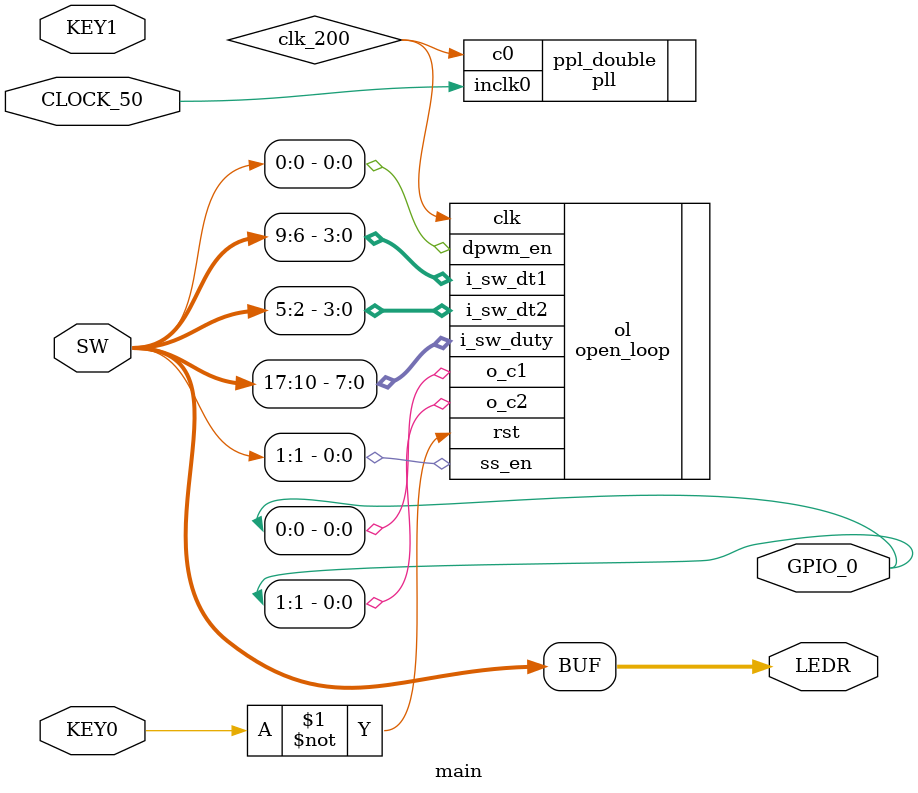
<source format=v>
module main(CLOCK_50, SW, KEY0, KEY1, LEDR, GPIO_0);
	input CLOCK_50;
    input 	[17:0]	SW;
    input   KEY0;
	input   KEY1;
    output	[17:0] LEDR;
	output [35:0] GPIO_0;
	
	assign LEDR[17:0] = SW[17:0];

    wire clk_200;
    pll ppl_double(.inclk0(CLOCK_50), .c0(clk_200));

    open_loop ol
    (
    .clk(clk_200),
    .rst(~KEY0),
    .dpwm_en(SW[0]),
    .ss_en(SW[1]),
    .i_sw_duty(SW[17:10]),
    .i_sw_dt1(SW[9:6]),
    .i_sw_dt2(SW[5:2]),
    .o_c1(GPIO_0[0]),
    .o_c2(GPIO_0[1])
    );

endmodule
</source>
